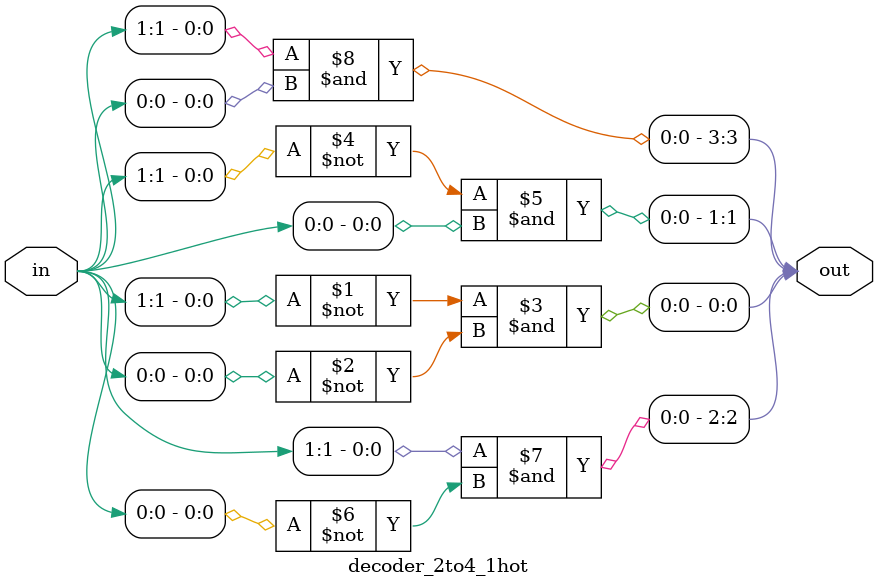
<source format=v>
module decoder_2to4_1hot(
	input[1:0] in,
	output[3:0] out);

	assign out[0] = ~in[1] & ~in[0]; 
	assign out[1] = ~in[1] & in[0]; 
	assign out[2] = in[1] & ~in[0]; 
	assign out[3] = in[1] & in[0]; 
	
endmodule

</source>
